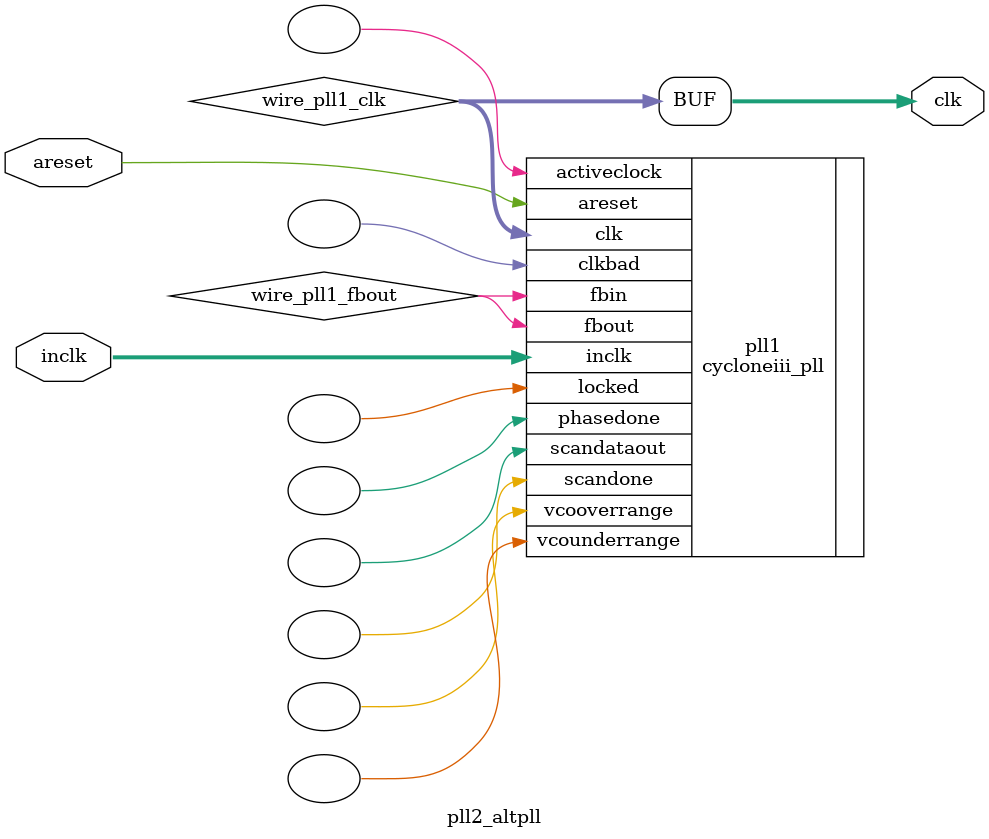
<source format=v>






//synthesis_resources = cycloneiii_pll 1 
//synopsys translate_off
`timescale 1 ps / 1 ps
//synopsys translate_on
module  pll2_altpll
	( 
	areset,
	clk,
	inclk) /* synthesis synthesis_clearbox=1 */;
	input   areset;
	output   [4:0]  clk;
	input   [1:0]  inclk;
`ifndef ALTERA_RESERVED_QIS
// synopsys translate_off
`endif
	tri0   areset;
	tri0   [1:0]  inclk;
`ifndef ALTERA_RESERVED_QIS
// synopsys translate_on
`endif

	wire  [4:0]   wire_pll1_clk;
	wire  wire_pll1_fbout;

	cycloneiii_pll   pll1
	( 
	.activeclock(),
	.areset(areset),
	.clk(wire_pll1_clk),
	.clkbad(),
	.fbin(wire_pll1_fbout),
	.fbout(wire_pll1_fbout),
	.inclk(inclk),
	.locked(),
	.phasedone(),
	.scandataout(),
	.scandone(),
	.vcooverrange(),
	.vcounderrange()
	`ifndef FORMAL_VERIFICATION
	// synopsys translate_off
	`endif
	,
	.clkswitch(1'b0),
	.configupdate(1'b0),
	.pfdena(1'b1),
	.phasecounterselect({3{1'b0}}),
	.phasestep(1'b0),
	.phaseupdown(1'b0),
	.scanclk(1'b0),
	.scanclkena(1'b1),
	.scandata(1'b0)
	`ifndef FORMAL_VERIFICATION
	// synopsys translate_on
	`endif
	);
	defparam
		pll1.bandwidth_type = "auto",
		pll1.clk0_divide_by = 2000,
		pll1.clk0_duty_cycle = 50,
		pll1.clk0_multiply_by = 1007,
		pll1.clk0_phase_shift = "0",
		pll1.compensate_clock = "clk0",
		pll1.inclk0_input_frequency = 20000,
		pll1.operation_mode = "normal",
		pll1.pll_type = "auto",
		pll1.lpm_type = "cycloneiii_pll";
	assign
		clk = {wire_pll1_clk[4:0]};
endmodule //pll2_altpll
//VALID FILE

</source>
